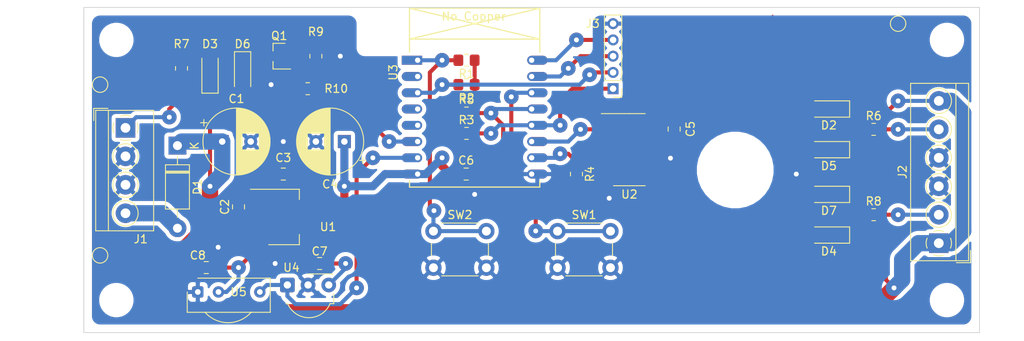
<source format=kicad_pcb>
(kicad_pcb (version 20171130) (host pcbnew 5.1.10-6.fc33)
  (layers (0 F.Cu signal) (31 B.Cu power) (34 B.Paste user) (35 F.Paste user) (36 B.SilkS user) (37 F.SilkS user) (38 B.Mask user) (39 F.Mask user) (44 Edge.Cuts user))
  (net 0 "")
  (net 1 GND)
  (net 2 +5V)
  (net 3 +3V3)
  (net 4 "Net-(D1-Pad2)")
  (net 5 5V_LED_DATA)
  (net 6 ESP_SW2)
  (net 7 SWITCH_IN)
  (net 8 DATA_OUT)
  (net 9 ESP_BOOTL)
  (net 10 ESP_EN)
  (net 11 ESP_RX)
  (net 12 ESP_TX)
  (net 13 ESP_RST)
  (net 14 "Net-(R4-Pad1)")
  (net 15 ESP_SW1)
  (net 16 ESP_LED_DATA)
  (net 17 "Net-(U2-Pad3)")
  (net 18 "Net-(U2-Pad8)")
  (net 19 "Net-(U2-Pad11)")
  (net 20 ESP_IR)
  (net 21 "Net-(U3-Pad5)")
  (net 22 "Net-(U3-Pad4)")
  (net 23 "Net-(U3-Pad2)")
  (net 24 "Net-(D3-Pad2)")
  (net 25 PS_ON)
  (net 26 "Net-(Q1-Pad1)")
  (net 27 ESP_PS_ON)
  (module ESP8266:ESP-07v2 (layer F.Cu) (at 111 76.5)
    (fp_text reference U3 (at -3 1.5 -270) (layer F.SilkS))
    (fp_text value ESP-07)
    (fp_text user "No Copper" (at 6.892 -5.4) (layer F.SilkS))
    (pad 16 thru_hole oval (at 14 0) (size 2.5 1.1) (drill 0.65 (offset 0.7 0)) (layers *.Cu *.Mask) (net 12 ESP_TX))
    (pad 15 thru_hole oval (at 14 2) (size 2.5 1.1) (drill 0.65 (offset 0.7 0)) (layers *.Cu *.Mask) (net 11 ESP_RX))
    (pad 14 thru_hole oval (at 14 4) (size 2.5 1.1) (drill 0.65 (offset 0.7 0)) (layers *.Cu *.Mask) (net 6 ESP_SW2))
    (pad 13 thru_hole oval (at 14 6) (size 2.5 1.1) (drill 0.65 (offset 0.7 0)) (layers *.Cu *.Mask) (net 15 ESP_SW1))
    (pad 12 thru_hole oval (at 14 8) (size 2.5 1.1) (drill 0.65 (offset 0.7 0)) (layers *.Cu *.Mask) (net 9 ESP_BOOTL))
    (pad 11 thru_hole oval (at 14 10) (size 2.5 1.1) (drill 0.65 (offset 0.7 0)) (layers *.Cu *.Mask) (net 16 ESP_LED_DATA))
    (pad 10 thru_hole oval (at 14 12) (size 2.5 1.1) (drill 0.65 (offset 0.7 0)) (layers *.Cu *.Mask) (net 14 "Net-(R4-Pad1)"))
    (pad 9 thru_hole oval (at 14 14) (size 2.5 1.1) (drill 0.65 (offset 0.7 0)) (layers *.Cu *.Mask) (net 1 GND))
    (pad 8 thru_hole oval (at 0 14) (size 2.5 1.1) (drill 0.65 (offset -0.7 0)) (layers *.Cu *.Mask) (net 3 +3V3))
    (pad 7 thru_hole oval (at 0 12) (size 2.5 1.1) (drill 0.65 (offset -0.7 0)) (layers *.Cu *.Mask) (net 20 ESP_IR))
    (pad 6 thru_hole oval (at 0 10) (size 2.5 1.1) (drill 0.65 (offset -0.7 0)) (layers *.Cu *.Mask) (net 27 ESP_PS_ON))
    (pad 5 thru_hole oval (at 0 8) (size 2.5 1.1) (drill 0.65 (offset -0.7 0)) (layers *.Cu *.Mask) (net 21 "Net-(U3-Pad5)"))
    (pad 4 thru_hole oval (at 0 6) (size 2.5 1.1) (drill 0.65 (offset -0.7 0)) (layers *.Cu *.Mask) (net 22 "Net-(U3-Pad4)"))
    (pad 3 thru_hole oval (at 0 4) (size 2.5 1.1) (drill 0.65 (offset -0.7 0)) (layers *.Cu *.Mask) (net 10 ESP_EN))
    (pad 2 thru_hole oval (at 0 2) (size 2.5 1.1) (drill 0.65 (offset -0.7 0)) (layers *.Cu *.Mask) (net 23 "Net-(U3-Pad2)"))
    (pad 1 thru_hole rect (at 0 0) (size 2.5 1.1) (drill 0.65 (offset -0.7 0)) (layers *.Cu *.Mask) (net 13 ESP_RST))
  )
  (module MountingHole:MountingHole_8.4mm_M8 (layer B.Cu) (at 150 90)
    (fp_text reference REF** hide)
    (fp_text value MountingHole_8.4mm_M8)
    (pad 1 np_thru_hole circle (at 0 0) (size 8.4 8.4) (drill 8.4) (layers *.Cu *.Mask))
  )
  (module lpkf_passermarken:LPKF_Passermarke_Pad_D1.5mm (layer F.Cu) (at 170 72)
    (fp_text reference REF** hide)
    (fp_text value LPKF_Passermarke_Pad_D1.5mm)
    (pad 1 smd circle (at 0 0) (size 1.5 1.5) (layers F.Cu F.Mask Eco1.User))
  )
  (module lpkf_passermarken:LPKF_Passermarke_Pad_D1.5mm (layer F.Cu) (at 72 79.5)
    (fp_text reference REF** hide)
    (fp_text value LPKF_Passermarke_Pad_D1.5mm)
    (pad 1 smd circle (at 0 0) (size 1.5 1.5) (layers F.Cu F.Mask Eco1.User))
  )
  (module lpkf_passermarken:LPKF_Passermarke_Pad_D1.5mm (layer F.Cu) (at 72 100.5)
    (fp_text reference REF** hide)
    (fp_text value LPKF_Passermarke_Pad_D1.5mm)
    (pad 1 smd circle (at 0 0) (size 1.5 1.5) (layers F.Cu F.Mask Eco1.User))
  )
  (module WHSlogo:WHLOGO (layer F.Cu) (at 155.5 74)
    (fp_text reference G*** hide)
    (fp_text value LOGO hide)
    (fp_poly (pts (xy -0.825428 -3.121433) (xy -0.829195 -3.097738) (xy -0.83534 -3.060058) (xy -0.843637 -3.009747) (xy -0.853861 -2.94816) (xy -0.865788 -2.876654) (xy -0.87919 -2.796581) (xy -0.893844 -2.709298) (xy -0.909524 -2.616159) (xy -0.919515 -2.556933) (xy -0.941209 -2.428431) (xy -0.963583 -2.295875) (xy -0.986772 -2.158466) (xy -1.010911 -2.015407) (xy -1.036134 -1.8659) (xy -1.062576 -1.709146) (xy -1.090371 -1.544349) (xy -1.119653 -1.370709) (xy -1.150558 -1.18743) (xy -1.183221 -0.993713) (xy -1.217774 -0.788761) (xy -1.254353 -0.571774) (xy -1.293093 -0.341957) (xy -1.334129 -0.09851) (xy -1.377593 0.159364) (xy -1.423622 0.432464) (xy -1.464666 0.675991) (xy -1.479103 0.761991) (xy -1.492569 0.842856) (xy -1.504819 0.917072) (xy -1.515607 0.983119) (xy -1.524689 1.039483) (xy -1.531819 1.084645) (xy -1.536752 1.117089) (xy -1.539243 1.135298) (xy -1.539453 1.138774) (xy -1.531912 1.135012) (xy -1.511106 1.123246) (xy -1.478278 1.104208) (xy -1.434667 1.078632) (xy -1.381516 1.04725) (xy -1.320064 1.010795) (xy -1.251553 0.970001) (xy -1.177225 0.9256) (xy -1.098319 0.878326) (xy -1.085447 0.870602) (xy -0.634194 0.599739) (xy -0.124481 0.923743) (xy -0.039965 0.977466) (xy 0.040687 1.028733) (xy 0.116287 1.076787) (xy 0.185646 1.120875) (xy 0.247576 1.160239) (xy 0.300889 1.194126) (xy 0.344395 1.221779) (xy 0.376908 1.242443) (xy 0.397237 1.255363) (xy 0.403852 1.259565) (xy 0.408788 1.261796) (xy 0.415286 1.262245) (xy 0.424586 1.260245) (xy 0.437923 1.255127) (xy 0.456534 1.246225) (xy 0.481658 1.232869) (xy 0.51453 1.214392) (xy 0.556389 1.190126) (xy 0.608471 1.159402) (xy 0.672013 1.121553) (xy 0.748253 1.075911) (xy 0.786969 1.05269) (xy 0.858218 1.009859) (xy 0.924861 0.969637) (xy 0.985525 0.932865) (xy 1.038834 0.900384) (xy 1.083416 0.873032) (xy 1.117896 0.851652) (xy 1.140901 0.837083) (xy 1.151055 0.830167) (xy 1.151429 0.829748) (xy 1.14446 0.824627) (xy 1.124312 0.811153) (xy 1.092101 0.790045) (xy 1.048944 0.762023) (xy 0.995959 0.727808) (xy 0.934263 0.688119) (xy 0.864974 0.643677) (xy 0.789207 0.595202) (xy 0.708081 0.543413) (xy 0.6267 0.491568) (xy 0.541576 0.437359) (xy 0.460788 0.385848) (xy 0.385449 0.337746) (xy 0.316668 0.293767) (xy 0.255557 0.254623) (xy 0.203228 0.221026) (xy 0.160791 0.193689) (xy 0.129357 0.173324) (xy 0.110038 0.160644) (xy 0.103921 0.156362) (xy 0.11132 0.151904) (xy 0.132007 0.139479) (xy 0.164747 0.119828) (xy 0.208306 0.093694) (xy 0.261447 0.061815) (xy 0.322936 0.024934) (xy 0.391539 -0.016209) (xy 0.466019 -0.060873) (xy 0.545141 -0.108317) (xy 0.560846 -0.117733) (xy 0.656534 -0.174905) (xy 0.742761 -0.226014) (xy 0.81886 -0.270679) (xy 0.884166 -0.308517) (xy 0.938014 -0.33915) (xy 0.979737 -0.362195) (xy 1.008671 -0.377272) (xy 1.02415 -0.384) (xy 1.026512 -0.384226) (xy 1.035116 -0.378819) (xy 1.057146 -0.364864) (xy 1.091809 -0.342868) (xy 1.138313 -0.313332) (xy 1.195866 -0.276763) (xy 1.263676 -0.233663) (xy 1.340951 -0.184537) (xy 1.426898 -0.129888) (xy 1.520725 -0.070222) (xy 1.62164 -0.006042) (xy 1.728852 0.062149) (xy 1.841567 0.133845) (xy 1.958994 0.208544) (xy 2.08034 0.28574) (xy 2.204813 0.364929) (xy 2.331622 0.445609) (xy 2.459973 0.527274) (xy 2.589075 0.60942) (xy 2.718135 0.691544) (xy 2.846362 0.773141) (xy 2.972963 0.853708) (xy 3.097146 0.93274) (xy 3.218119 1.009733) (xy 3.335089 1.084183) (xy 3.447265 1.155586) (xy 3.553854 1.223438) (xy 3.654065 1.287235) (xy 3.747104 1.346473) (xy 3.83218 1.400648) (xy 3.9085 1.449255) (xy 3.975273 1.491791) (xy 4.031706 1.527752) (xy 4.077007 1.556633) (xy 4.110385 1.57793) (xy 4.131045 1.59114) (xy 4.138194 1.595755) (xy 4.131529 1.600309) (xy 4.111549 1.61282) (xy 4.079469 1.63255) (xy 4.036506 1.658762) (xy 3.983875 1.690718) (xy 3.922792 1.727681) (xy 3.854471 1.768912) (xy 3.78013 1.813673) (xy 3.700982 1.861228) (xy 3.681243 1.873073) (xy 3.222066 2.148547) (xy 3.196416 2.129486) (xy 3.1854 2.122056) (xy 3.16121 2.106271) (xy 3.124969 2.082852) (xy 3.077801 2.052516) (xy 3.020829 2.015984) (xy 2.955176 1.973975) (xy 2.881967 1.927207) (xy 2.802323 1.876399) (xy 2.717369 1.822272) (xy 2.628227 1.765544) (xy 2.588226 1.74011) (xy 2.005685 1.369794) (xy 1.641815 1.587931) (xy 1.570678 1.630739) (xy 1.504232 1.671038) (xy 1.443843 1.707979) (xy 1.390878 1.740708) (xy 1.346702 1.768378) (xy 1.312681 1.790135) (xy 1.290182 1.805131) (xy 1.280571 1.812514) (xy 1.280322 1.813034) (xy 1.287529 1.81824) (xy 1.30778 1.831742) (xy 1.339834 1.852745) (xy 1.382452 1.880455) (xy 1.434392 1.914075) (xy 1.494413 1.952811) (xy 1.561275 1.995866) (xy 1.633736 2.042447) (xy 1.710555 2.091757) (xy 1.790492 2.143001) (xy 1.872306 2.195384) (xy 1.954757 2.248111) (xy 2.036602 2.300386) (xy 2.116601 2.351415) (xy 2.193514 2.400401) (xy 2.2661 2.44655) (xy 2.333117 2.489065) (xy 2.393325 2.527153) (xy 2.445483 2.560018) (xy 2.461967 2.570365) (xy 2.489767 2.587794) (xy 2.047773 2.85388) (xy 1.968568 2.901545) (xy 1.893343 2.946782) (xy 1.823408 2.988805) (xy 1.760074 3.026828) (xy 1.70465 3.060065) (xy 1.658448 3.08773) (xy 1.622779 3.109038) (xy 1.598952 3.123202) (xy 1.588278 3.129436) (xy 1.588172 3.129494) (xy 1.582723 3.130898) (xy 1.574565 3.129759) (xy 1.562464 3.125363) (xy 1.545187 3.116999) (xy 1.521501 3.103951) (xy 1.490173 3.085509) (xy 1.44997 3.060957) (xy 1.399658 3.029584) (xy 1.338005 2.990675) (xy 1.263777 2.943519) (xy 1.236133 2.925911) (xy 1.191368 2.897392) (xy 1.133353 2.860444) (xy 1.063125 2.815725) (xy 0.98172 2.763895) (xy 0.890177 2.705616) (xy 0.789532 2.641547) (xy 0.680821 2.572348) (xy 0.565081 2.498678) (xy 0.44335 2.421198) (xy 0.316664 2.340568) (xy 0.18606 2.257448) (xy 0.052575 2.172498) (xy -0.082755 2.086378) (xy -0.218891 1.999747) (xy -0.300567 1.947775) (xy -0.430852 1.864864) (xy -0.557453 1.784283) (xy -0.679616 1.706512) (xy -0.796585 1.632033) (xy -0.907606 1.561327) (xy -1.011923 1.494876) (xy -1.10878 1.433161) (xy -1.197424 1.376662) (xy -1.277097 1.325862) (xy -1.347047 1.281242) (xy -1.406516 1.243283) (xy -1.454751 1.212466) (xy -1.490995 1.189274) (xy -1.514494 1.174186) (xy -1.524493 1.167684) (xy -1.524607 1.167605) (xy -1.546381 1.152463) (xy -1.882648 1.355013) (xy -1.961941 1.402514) (xy -2.032333 1.444156) (xy -2.092968 1.479453) (xy -2.142988 1.507919) (xy -2.181534 1.529068) (xy -2.207749 1.542415) (xy -2.220774 1.547475) (xy -2.222085 1.547131) (xy -2.223422 1.53776) (xy -2.226619 1.512832) (xy -2.231524 1.473604) (xy -2.237985 1.421333) (xy -2.245851 1.357276) (xy -2.25497 1.282688) (xy -2.265189 1.198828) (xy -2.276359 1.106951) (xy -2.288325 1.008315) (xy -2.300938 0.904176) (xy -2.314045 0.795791) (xy -2.327495 0.684416) (xy -2.341135 0.571309) (xy -2.354814 0.457726) (xy -2.368381 0.344924) (xy -2.381683 0.234159) (xy -2.394569 0.126689) (xy -2.406888 0.023769) (xy -2.418486 -0.073342) (xy -2.429214 -0.163389) (xy -2.438918 -0.245115) (xy -2.447448 -0.317263) (xy -2.454651 -0.378576) (xy -2.456911 -0.397933) (xy -2.462926 -0.446483) (xy -2.468906 -0.489285) (xy -2.474393 -0.523456) (xy -2.478932 -0.54611) (xy -2.481687 -0.554143) (xy -2.487498 -0.554101) (xy -2.4892 -0.542938) (xy -2.490041 -0.532313) (xy -2.492486 -0.506016) (xy -2.496415 -0.46522) (xy -2.50171 -0.411097) (xy -2.508252 -0.344821) (xy -2.515922 -0.267564) (xy -2.524602 -0.180501) (xy -2.534173 -0.084803) (xy -2.544516 0.018356) (xy -2.555512 0.127802) (xy -2.567043 0.242364) (xy -2.57899 0.360868) (xy -2.591235 0.48214) (xy -2.603657 0.605008) (xy -2.61614 0.728299) (xy -2.628563 0.850839) (xy -2.640809 0.971456) (xy -2.652758 1.088977) (xy -2.664292 1.202227) (xy -2.675292 1.310036) (xy -2.685639 1.411228) (xy -2.695215 1.504632) (xy -2.703901 1.589074) (xy -2.711578 1.663381) (xy -2.718127 1.726381) (xy -2.72343 1.776899) (xy -2.727368 1.813763) (xy -2.729822 1.8358) (xy -2.730554 1.841554) (xy -2.732373 1.847788) (xy -2.736584 1.854629) (xy -2.744361 1.862856) (xy -2.756879 1.873242) (xy -2.775314 1.886565) (xy -2.80084 1.9036) (xy -2.834632 1.925123) (xy -2.877865 1.951911) (xy -2.931714 1.984739) (xy -2.997353 2.024384) (xy -3.075957 2.071621) (xy -3.107398 2.090481) (xy -3.179506 2.133621) (xy -3.247136 2.173891) (xy -3.308921 2.210489) (xy -3.36349 2.242613) (xy -3.409474 2.269461) (xy -3.445505 2.290231) (xy -3.470212 2.30412) (xy -3.482227 2.310328) (xy -3.483169 2.31056) (xy -3.484998 2.30203) (xy -3.489775 2.27763) (xy -3.497353 2.238139) (xy -3.507587 2.184335) (xy -3.520331 2.116997) (xy -3.535437 2.036904) (xy -3.552762 1.944834) (xy -3.572157 1.841566) (xy -3.593478 1.727878) (xy -3.616578 1.604549) (xy -3.641311 1.472358) (xy -3.667531 1.332082) (xy -3.695092 1.184502) (xy -3.723848 1.030394) (xy -3.753654 0.870539) (xy -3.784362 0.705714) (xy -3.80541 0.592667) (xy -3.836661 0.424801) (xy -3.867108 0.261301) (xy -3.896604 0.102952) (xy -3.925003 -0.049463) (xy -3.952158 -0.195158) (xy -3.977923 -0.333351) (xy -4.002152 -0.463257) (xy -4.024698 -0.584091) (xy -4.045416 -0.69507) (xy -4.064157 -0.795409) (xy -4.080777 -0.884324) (xy -4.095129 -0.961031) (xy -4.107066 -1.024746) (xy -4.116442 -1.074685) (xy -4.123111 -1.110063) (xy -4.126926 -1.130096) (xy -4.12781 -1.134533) (xy -4.123424 -1.140707) (xy -4.108188 -1.152779) (xy -4.081554 -1.171097) (xy -4.042976 -1.196005) (xy -3.991906 -1.22785) (xy -3.927797 -1.266977) (xy -3.850102 -1.313732) (xy -3.758273 -1.368462) (xy -3.74915 -1.373877) (xy -3.67601 -1.417165) (xy -3.607319 -1.457596) (xy -3.544438 -1.494385) (xy -3.48873 -1.526744) (xy -3.441554 -1.553889) (xy -3.404273 -1.575034) (xy -3.378247 -1.589393) (xy -3.364838 -1.59618) (xy -3.363302 -1.596591) (xy -3.361598 -1.587792) (xy -3.357721 -1.563189) (xy -3.351807 -1.52375) (xy -3.343995 -1.470445) (xy -3.334419 -1.404244) (xy -3.323217 -1.326117) (xy -3.310525 -1.237034) (xy -3.296481 -1.137965) (xy -3.281219 -1.029879) (xy -3.264879 -0.913746) (xy -3.247594 -0.790536) (xy -3.229504 -0.661218) (xy -3.210743 -0.526763) (xy -3.191449 -0.388141) (xy -3.171759 -0.246321) (xy -3.151808 -0.102272) (xy -3.131734 0.043034) (xy -3.111673 0.188629) (xy -3.106175 0.2286) (xy -3.096241 0.300031) (xy -3.086826 0.366163) (xy -3.078214 0.425125) (xy -3.070687 0.475043) (xy -3.064528 0.514044) (xy -3.060022 0.540256) (xy -3.05745 0.551805) (xy -3.05727 0.552135) (xy -3.055913 0.544573) (xy -3.053147 0.521081) (xy -3.04906 0.482597) (xy -3.043741 0.430056) (xy -3.03728 0.364397) (xy -3.029764 0.286555) (xy -3.021282 0.197469) (xy -3.011924 0.098075) (xy -3.001777 -0.01069) (xy -2.990931 -0.127889) (xy -2.979475 -0.252584) (xy -2.967496 -0.38384) (xy -2.955085 -0.520718) (xy -2.94342 -0.650132) (xy -2.930645 -0.792165) (xy -2.918233 -0.929954) (xy -2.906273 -1.062516) (xy -2.894854 -1.188871) (xy -2.884066 -1.308038) (xy -2.873998 -1.419034) (xy -2.864739 -1.520879) (xy -2.85638 -1.612592) (xy -2.849008 -1.693191) (xy -2.842713 -1.761694) (xy -2.837585 -1.817122) (xy -2.833713 -1.858491) (xy -2.831186 -1.884822) (xy -2.830155 -1.894697) (xy -2.825488 -1.93096) (xy -2.473449 -2.142178) (xy -2.40337 -2.184038) (xy -2.337719 -2.22289) (xy -2.277913 -2.257922) (xy -2.225373 -2.28832) (xy -2.181516 -2.31327) (xy -2.147761 -2.331958) (xy -2.125527 -2.34357) (xy -2.116232 -2.347292) (xy -2.116081 -2.347215) (xy -2.114513 -2.338184) (xy -2.111235 -2.31333) (xy -2.106362 -2.273662) (xy -2.100008 -2.220192) (xy -2.092289 -2.153931) (xy -2.083319 -2.075889) (xy -2.073214 -1.987077) (xy -2.062088 -1.888506) (xy -2.050057 -1.781187) (xy -2.037235 -1.66613) (xy -2.023738 -1.544346) (xy -2.00968 -1.416847) (xy -1.995177 -1.284643) (xy -1.994501 -1.278467) (xy -1.976823 -1.116886) (xy -1.960893 -0.971314) (xy -1.946617 -0.840924) (xy -1.9339 -0.724892) (xy -1.92265 -0.622392) (xy -1.912771 -0.5326) (xy -1.90417 -0.454689) (xy -1.896752 -0.387836) (xy -1.890424 -0.331214) (xy -1.885091 -0.283999) (xy -1.88066 -0.245366) (xy -1.877035 -0.214489) (xy -1.874125 -0.190544) (xy -1.871833 -0.172705) (xy -1.870067 -0.160148) (xy -1.868731 -0.152046) (xy -1.867733 -0.147575) (xy -1.866977 -0.14591) (xy -1.866371 -0.146226) (xy -1.865819 -0.147698) (xy -1.865653 -0.14823) (xy -1.864441 -0.157477) (xy -1.861489 -0.182616) (xy -1.856901 -0.222708) (xy -1.850782 -0.276814) (xy -1.843236 -0.343992) (xy -1.834369 -0.423304) (xy -1.824284 -0.51381) (xy -1.813086 -0.614569) (xy -1.800881 -0.724642) (xy -1.787771 -0.843089) (xy -1.773863 -0.968971) (xy -1.75926 -1.101346) (xy -1.744067 -1.239277) (xy -1.728389 -1.381821) (xy -1.727651 -1.388533) (xy -1.711897 -1.531677) (xy -1.696573 -1.670502) (xy -1.681788 -1.804045) (xy -1.66765 -1.931345) (xy -1.654267 -2.051443) (xy -1.641748 -2.163376) (xy -1.6302 -2.266183) (xy -1.619733 -2.358904) (xy -1.610453 -2.440578) (xy -1.60247 -2.510242) (xy -1.595891 -2.566937) (xy -1.590826 -2.6097) (xy -1.587381 -2.637572) (xy -1.585665 -2.649591) (xy -1.585649 -2.649662) (xy -1.583621 -2.656491) (xy -1.579936 -2.663417) (xy -1.573409 -2.671229) (xy -1.562858 -2.680715) (xy -1.547098 -2.692663) (xy -1.524945 -2.707862) (xy -1.495216 -2.727101) (xy -1.456726 -2.751168) (xy -1.408292 -2.780851) (xy -1.34873 -2.81694) (xy -1.276855 -2.860222) (xy -1.202267 -2.905016) (xy -1.129806 -2.948466) (xy -1.061879 -2.989122) (xy -0.999839 -3.026178) (xy -0.94504 -3.058831) (xy -0.898836 -3.086274) (xy -0.862581 -3.107702) (xy -0.837629 -3.122312) (xy -0.825334 -3.129297) (xy -0.824263 -3.129787) (xy -0.825428 -3.121433)) (layer F.Cu) (width 0.01))
  )
  (module MountingHole:MountingHole_3.2mm_M3 (layer F.Cu) (at 176 106)
    (fp_text reference REF** hide)
    (fp_text value MountingHole_3.2mm_M3)
    (pad 1 np_thru_hole circle (at 0 0) (size 3.2 3.2) (drill 3.2) (layers *.Cu *.Mask))
  )
  (module MountingHole:MountingHole_3.2mm_M3 (layer F.Cu) (at 176 74)
    (fp_text reference REF** hide)
    (fp_text value MountingHole_3.2mm_M3)
    (pad 1 np_thru_hole circle (at 0 0) (size 3.2 3.2) (drill 3.2) (layers *.Cu *.Mask))
  )
  (module MountingHole:MountingHole_3.2mm_M3 (layer F.Cu) (at 74 106)
    (fp_text reference REF** hide)
    (fp_text value MountingHole_3.2mm_M3)
    (pad 1 np_thru_hole circle (at 0 0) (size 3.2 3.2) (drill 3.2) (layers *.Cu *.Mask))
  )
  (module MountingHole:MountingHole_3.2mm_M3 (layer F.Cu) (at 74 74)
    (fp_text reference REF** hide)
    (fp_text value MountingHole_3.2mm_M3)
    (pad 1 np_thru_hole circle (at 0 0) (size 3.2 3.2) (drill 3.2) (layers *.Cu *.Mask))
  )
  (module Capacitor_THT:CP_Radial_D8.0mm_P3.50mm (layer F.Cu) (at 87 86.5)
    (fp_text reference C1 (at 1.75 -5.25) (layer F.SilkS))
    (fp_text value 220u)
    (pad 2 thru_hole circle (at 3.5 0) (size 1.6 1.6) (drill 0.8) (layers *.Cu *.Mask) (net 1 GND))
    (pad 1 thru_hole rect (at 0 0) (size 1.6 1.6) (drill 0.8) (layers *.Cu *.Mask) (net 2 +5V))
  )
  (module Capacitor_SMD:C_0805_2012Metric_Pad1.18x1.45mm_HandSolder (layer F.Cu) (at 89 94.5375 90)
    (fp_text reference C2 (at 0 -1.68 270) (layer F.SilkS))
    (fp_text value 100n)
    (pad 2 smd roundrect (at 1.0375 0 90) (size 1.175 1.45) (layers F.Cu F.Paste F.Mask) (roundrect_rratio 0.212766) (net 1 GND))
    (pad 1 smd roundrect (at -1.0375 0 90) (size 1.175 1.45) (layers F.Cu F.Paste F.Mask) (roundrect_rratio 0.212766) (net 2 +5V))
  )
  (module Capacitor_SMD:C_0805_2012Metric_Pad1.18x1.45mm_HandSolder (layer F.Cu) (at 94.5 90.5 180)
    (fp_text reference C3 (at 0 2) (layer F.SilkS))
    (fp_text value 100n)
    (pad 1 smd roundrect (at -1.0375 0 180) (size 1.175 1.45) (layers F.Cu F.Paste F.Mask) (roundrect_rratio 0.212766) (net 3 +3V3))
    (pad 2 smd roundrect (at 1.0375 0 180) (size 1.175 1.45) (layers F.Cu F.Paste F.Mask) (roundrect_rratio 0.212766) (net 1 GND))
  )
  (module Capacitor_THT:CP_Radial_D8.0mm_P3.50mm (layer F.Cu) (at 102 86.5 180)
    (fp_text reference C4 (at 1.75 -5.25) (layer F.SilkS))
    (fp_text value 220u)
    (pad 1 thru_hole rect (at 0 0 180) (size 1.6 1.6) (drill 0.8) (layers *.Cu *.Mask) (net 3 +3V3))
    (pad 2 thru_hole circle (at 3.5 0 180) (size 1.6 1.6) (drill 0.8) (layers *.Cu *.Mask) (net 1 GND))
  )
  (module Capacitor_SMD:C_0805_2012Metric_Pad1.18x1.45mm_HandSolder (layer F.Cu) (at 142.5 84.9625 270)
    (fp_text reference C5 (at 0 -2 90) (layer F.SilkS))
    (fp_text value 100n)
    (pad 1 smd roundrect (at -1.0375 0 270) (size 1.175 1.45) (layers F.Cu F.Paste F.Mask) (roundrect_rratio 0.212766) (net 2 +5V))
    (pad 2 smd roundrect (at 1.0375 0 270) (size 1.175 1.45) (layers F.Cu F.Paste F.Mask) (roundrect_rratio 0.212766) (net 1 GND))
  )
  (module Capacitor_SMD:C_0805_2012Metric_Pad1.18x1.45mm_HandSolder (layer F.Cu) (at 116.9625 90.5)
    (fp_text reference C6 (at 0 -1.68) (layer F.SilkS))
    (fp_text value 100n)
    (pad 2 smd roundrect (at 1.0375 0) (size 1.175 1.45) (layers F.Cu F.Paste F.Mask) (roundrect_rratio 0.212766) (net 1 GND))
    (pad 1 smd roundrect (at -1.0375 0) (size 1.175 1.45) (layers F.Cu F.Paste F.Mask) (roundrect_rratio 0.212766) (net 3 +3V3))
  )
  (module Capacitor_SMD:C_0805_2012Metric_Pad1.18x1.45mm_HandSolder (layer F.Cu) (at 98.9625 101.5 180)
    (fp_text reference C7 (at 0 1.5 180) (layer F.SilkS))
    (fp_text value 100n)
    (pad 1 smd roundrect (at -1.0375 0 180) (size 1.175 1.45) (layers F.Cu F.Paste F.Mask) (roundrect_rratio 0.212766) (net 3 +3V3))
    (pad 2 smd roundrect (at 1.0375 0 180) (size 1.175 1.45) (layers F.Cu F.Paste F.Mask) (roundrect_rratio 0.212766) (net 1 GND))
  )
  (module Capacitor_SMD:C_0805_2012Metric_Pad1.18x1.45mm_HandSolder (layer F.Cu) (at 85.0375 102 180)
    (fp_text reference C8 (at 1.0375 1.5) (layer F.SilkS))
    (fp_text value 100n)
    (pad 2 smd roundrect (at 1.0375 0 180) (size 1.175 1.45) (layers F.Cu F.Paste F.Mask) (roundrect_rratio 0.212766) (net 1 GND))
    (pad 1 smd roundrect (at -1.0375 0 180) (size 1.175 1.45) (layers F.Cu F.Paste F.Mask) (roundrect_rratio 0.212766) (net 3 +3V3))
  )
  (module Diode_THT:D_DO-41_SOD81_P10.16mm_Horizontal (layer F.Cu) (at 81.5 87 270)
    (fp_text reference D1 (at 5.08 -2.47 90) (layer F.SilkS))
    (fp_text value 1N4001)
    (fp_text user K (at 0 -2.1 90) (layer F.SilkS))
    (pad 1 thru_hole rect (at 0 0 270) (size 2.2 2.2) (drill 1.1) (layers *.Cu *.Mask) (net 2 +5V))
    (pad 2 thru_hole oval (at 10.16 0 270) (size 2.2 2.2) (drill 1.1) (layers *.Cu *.Mask) (net 4 "Net-(D1-Pad2)"))
  )
  (module Diode_SMD:D_MiniMELF (layer F.Cu) (at 161.5 82.5 180)
    (fp_text reference D2 (at 0 -2) (layer F.SilkS))
    (fp_text value LL4148)
    (pad 2 smd rect (at 1.75 0 180) (size 1.3 1.7) (layers F.Cu F.Paste F.Mask) (net 5 5V_LED_DATA))
    (pad 1 smd rect (at -1.75 0 180) (size 1.3 1.7) (layers F.Cu F.Paste F.Mask) (net 2 +5V))
  )
  (module Diode_SMD:D_MiniMELF (layer F.Cu) (at 85.5 78 90)
    (fp_text reference D3 (at 3.5 0 180) (layer F.SilkS))
    (fp_text value LL4148)
    (pad 1 smd rect (at -1.75 0 90) (size 1.3 1.7) (layers F.Cu F.Paste F.Mask) (net 2 +5V))
    (pad 2 smd rect (at 1.75 0 90) (size 1.3 1.7) (layers F.Cu F.Paste F.Mask) (net 24 "Net-(D3-Pad2)"))
  )
  (module Diode_SMD:D_MiniMELF (layer F.Cu) (at 161.5 98 180)
    (fp_text reference D4 (at 0 -2) (layer F.SilkS))
    (fp_text value LL4148)
    (pad 1 smd rect (at -1.75 0 180) (size 1.3 1.7) (layers F.Cu F.Paste F.Mask) (net 2 +5V))
    (pad 2 smd rect (at 1.75 0 180) (size 1.3 1.7) (layers F.Cu F.Paste F.Mask) (net 6 ESP_SW2))
  )
  (module Diode_SMD:D_MiniMELF (layer F.Cu) (at 161.5 87.5 180)
    (fp_text reference D5 (at 0 -2) (layer F.SilkS))
    (fp_text value LL4148)
    (pad 1 smd rect (at -1.75 0 180) (size 1.3 1.7) (layers F.Cu F.Paste F.Mask) (net 5 5V_LED_DATA))
    (pad 2 smd rect (at 1.75 0 180) (size 1.3 1.7) (layers F.Cu F.Paste F.Mask) (net 1 GND))
  )
  (module Diode_SMD:D_MiniMELF (layer F.Cu) (at 89.5 78 270)
    (fp_text reference D6 (at -3.5 0 180) (layer F.SilkS))
    (fp_text value LL4148)
    (pad 2 smd rect (at 1.75 0 270) (size 1.3 1.7) (layers F.Cu F.Paste F.Mask) (net 1 GND))
    (pad 1 smd rect (at -1.75 0 270) (size 1.3 1.7) (layers F.Cu F.Paste F.Mask) (net 24 "Net-(D3-Pad2)"))
  )
  (module Diode_SMD:D_MiniMELF (layer F.Cu) (at 161.5 93 180)
    (fp_text reference D7 (at 0 -2) (layer F.SilkS))
    (fp_text value LL4148)
    (pad 2 smd rect (at 1.75 0 180) (size 1.3 1.7) (layers F.Cu F.Paste F.Mask) (net 1 GND))
    (pad 1 smd rect (at -1.75 0 180) (size 1.3 1.7) (layers F.Cu F.Paste F.Mask) (net 6 ESP_SW2))
  )
  (module TerminalBlock_4Ucon:TerminalBlock_4Ucon_1x04_P3.50mm_Horizontal (layer F.Cu) (at 75.12 84.82 270)
    (fp_text reference J1 (at 13.68 -1.88 180) (layer F.SilkS))
    (fp_text value Screw_Terminal_01x04)
    (pad 1 thru_hole rect (at 0 0 270) (size 2.4 2.4) (drill 1.2) (layers *.Cu *.Mask) (net 25 PS_ON))
    (pad 2 thru_hole circle (at 3.5 0 270) (size 2.4 2.4) (drill 1.2) (layers *.Cu *.Mask) (net 1 GND))
    (pad 3 thru_hole circle (at 7 0 270) (size 2.4 2.4) (drill 1.2) (layers *.Cu *.Mask) (net 1 GND))
    (pad 4 thru_hole circle (at 10.5 0 270) (size 2.4 2.4) (drill 1.2) (layers *.Cu *.Mask) (net 4 "Net-(D1-Pad2)"))
  )
  (module TerminalBlock_4Ucon:TerminalBlock_4Ucon_1x06_P3.50mm_Horizontal (layer F.Cu) (at 175 99 90)
    (fp_text reference J2 (at 8.75 -4.46 90) (layer F.SilkS))
    (fp_text value Screw_Terminal_01x06)
    (pad 1 thru_hole rect (at 0 0 90) (size 2.4 2.4) (drill 1.2) (layers *.Cu *.Mask) (net 2 +5V))
    (pad 2 thru_hole circle (at 3.5 0 90) (size 2.4 2.4) (drill 1.2) (layers *.Cu *.Mask) (net 7 SWITCH_IN))
    (pad 3 thru_hole circle (at 7 0 90) (size 2.4 2.4) (drill 1.2) (layers *.Cu *.Mask) (net 1 GND))
    (pad 4 thru_hole circle (at 10.5 0 90) (size 2.4 2.4) (drill 1.2) (layers *.Cu *.Mask) (net 1 GND))
    (pad 5 thru_hole circle (at 14 0 90) (size 2.4 2.4) (drill 1.2) (layers *.Cu *.Mask) (net 8 DATA_OUT))
    (pad 6 thru_hole circle (at 17.5 0 90) (size 2.4 2.4) (drill 1.2) (layers *.Cu *.Mask) (net 2 +5V))
  )
  (module Connector_PinHeader_2.00mm:PinHeader_1x05_P2.00mm_Vertical (layer F.Cu) (at 135 80 180)
    (fp_text reference J3 (at 2.5 8) (layer F.SilkS))
    (fp_text value Conn_01x05_Male)
    (pad 1 thru_hole rect (at 0 0 180) (size 1.35 1.35) (drill 0.8) (layers *.Cu *.Mask) (net 9 ESP_BOOTL))
    (pad 2 thru_hole oval (at 0 2 180) (size 1.35 1.35) (drill 0.8) (layers *.Cu *.Mask) (net 10 ESP_EN))
    (pad 3 thru_hole oval (at 0 4 180) (size 1.35 1.35) (drill 0.8) (layers *.Cu *.Mask) (net 11 ESP_RX))
    (pad 4 thru_hole oval (at 0 6 180) (size 1.35 1.35) (drill 0.8) (layers *.Cu *.Mask) (net 12 ESP_TX))
    (pad 5 thru_hole oval (at 0 8 180) (size 1.35 1.35) (drill 0.8) (layers *.Cu *.Mask) (net 1 GND))
  )
  (module Resistor_SMD:R_0805_2012Metric_Pad1.20x1.40mm_HandSolder (layer F.Cu) (at 117 76.5 180)
    (fp_text reference R1 (at 0 -1.65) (layer F.SilkS))
    (fp_text value 10k)
    (pad 1 smd roundrect (at -1 0 180) (size 1.2 1.4) (layers F.Cu F.Paste F.Mask) (roundrect_rratio 0.208333) (net 3 +3V3))
    (pad 2 smd roundrect (at 1 0 180) (size 1.2 1.4) (layers F.Cu F.Paste F.Mask) (roundrect_rratio 0.208333) (net 13 ESP_RST))
  )
  (module Resistor_SMD:R_0805_2012Metric_Pad1.20x1.40mm_HandSolder (layer F.Cu) (at 117 79.5 180)
    (fp_text reference R2 (at 0 -1.65) (layer F.SilkS))
    (fp_text value 10k)
    (pad 2 smd roundrect (at 1 0 180) (size 1.2 1.4) (layers F.Cu F.Paste F.Mask) (roundrect_rratio 0.208333) (net 10 ESP_EN))
    (pad 1 smd roundrect (at -1 0 180) (size 1.2 1.4) (layers F.Cu F.Paste F.Mask) (roundrect_rratio 0.208333) (net 3 +3V3))
  )
  (module Resistor_SMD:R_0805_2012Metric_Pad1.20x1.40mm_HandSolder (layer F.Cu) (at 117 85.5)
    (fp_text reference R3 (at 0 -1.65) (layer F.SilkS))
    (fp_text value 10k)
    (pad 1 smd roundrect (at -1 0) (size 1.2 1.4) (layers F.Cu F.Paste F.Mask) (roundrect_rratio 0.208333) (net 3 +3V3))
    (pad 2 smd roundrect (at 1 0) (size 1.2 1.4) (layers F.Cu F.Paste F.Mask) (roundrect_rratio 0.208333) (net 9 ESP_BOOTL))
  )
  (module Resistor_SMD:R_0805_2012Metric_Pad1.20x1.40mm_HandSolder (layer F.Cu) (at 130.5 90.5 270)
    (fp_text reference R4 (at 0 -1.65 270) (layer F.SilkS))
    (fp_text value 10k)
    (pad 2 smd roundrect (at 1 0 270) (size 1.2 1.4) (layers F.Cu F.Paste F.Mask) (roundrect_rratio 0.208333) (net 1 GND))
    (pad 1 smd roundrect (at -1 0 270) (size 1.2 1.4) (layers F.Cu F.Paste F.Mask) (roundrect_rratio 0.208333) (net 14 "Net-(R4-Pad1)"))
  )
  (module Resistor_SMD:R_0805_2012Metric_Pad1.20x1.40mm_HandSolder (layer F.Cu) (at 117 83)
    (fp_text reference R5 (at 0 -1.65) (layer F.SilkS))
    (fp_text value 10k)
    (pad 1 smd roundrect (at -1 0) (size 1.2 1.4) (layers F.Cu F.Paste F.Mask) (roundrect_rratio 0.208333) (net 3 +3V3))
    (pad 2 smd roundrect (at 1 0) (size 1.2 1.4) (layers F.Cu F.Paste F.Mask) (roundrect_rratio 0.208333) (net 15 ESP_SW1))
  )
  (module Resistor_SMD:R_0805_2012Metric_Pad1.20x1.40mm_HandSolder (layer F.Cu) (at 167 85)
    (fp_text reference R6 (at 0 -1.65) (layer F.SilkS))
    (fp_text value 62R)
    (pad 2 smd roundrect (at 1 0) (size 1.2 1.4) (layers F.Cu F.Paste F.Mask) (roundrect_rratio 0.208333) (net 8 DATA_OUT))
    (pad 1 smd roundrect (at -1 0) (size 1.2 1.4) (layers F.Cu F.Paste F.Mask) (roundrect_rratio 0.208333) (net 5 5V_LED_DATA))
  )
  (module Resistor_SMD:R_0805_2012Metric_Pad1.20x1.40mm_HandSolder (layer F.Cu) (at 82 77.5 270)
    (fp_text reference R7 (at -3 0) (layer F.SilkS))
    (fp_text value 62R)
    (pad 2 smd roundrect (at 1 0 270) (size 1.2 1.4) (layers F.Cu F.Paste F.Mask) (roundrect_rratio 0.208333) (net 25 PS_ON))
    (pad 1 smd roundrect (at -1 0 270) (size 1.2 1.4) (layers F.Cu F.Paste F.Mask) (roundrect_rratio 0.208333) (net 24 "Net-(D3-Pad2)"))
  )
  (module Resistor_SMD:R_0805_2012Metric_Pad1.20x1.40mm_HandSolder (layer F.Cu) (at 167 95.5)
    (fp_text reference R8 (at 0 -1.65) (layer F.SilkS))
    (fp_text value 62R)
    (pad 1 smd roundrect (at -1 0) (size 1.2 1.4) (layers F.Cu F.Paste F.Mask) (roundrect_rratio 0.208333) (net 6 ESP_SW2))
    (pad 2 smd roundrect (at 1 0) (size 1.2 1.4) (layers F.Cu F.Paste F.Mask) (roundrect_rratio 0.208333) (net 7 SWITCH_IN))
  )
  (module Button_Switch_THT:SW_PUSH_6mm_H13mm (layer F.Cu) (at 128.18 97.52)
    (fp_text reference SW1 (at 3.25 -2) (layer F.SilkS))
    (fp_text value SW_Push)
    (pad 2 thru_hole circle (at 0 4.5 90) (size 2 2) (drill 1.1) (layers *.Cu *.Mask) (net 1 GND))
    (pad 1 thru_hole circle (at 0 0 90) (size 2 2) (drill 1.1) (layers *.Cu *.Mask) (net 15 ESP_SW1))
    (pad 2 thru_hole circle (at 6.5 4.5 90) (size 2 2) (drill 1.1) (layers *.Cu *.Mask) (net 1 GND))
    (pad 1 thru_hole circle (at 6.5 0 90) (size 2 2) (drill 1.1) (layers *.Cu *.Mask) (net 15 ESP_SW1))
  )
  (module Button_Switch_THT:SW_PUSH_6mm_H8mm (layer F.Cu) (at 112.94 97.52)
    (fp_text reference SW2 (at 3.25 -2) (layer F.SilkS))
    (fp_text value SW_Push)
    (pad 2 thru_hole circle (at 0 4.5 90) (size 2 2) (drill 1.1) (layers *.Cu *.Mask) (net 1 GND))
    (pad 1 thru_hole circle (at 0 0 90) (size 2 2) (drill 1.1) (layers *.Cu *.Mask) (net 13 ESP_RST))
    (pad 2 thru_hole circle (at 6.5 4.5 90) (size 2 2) (drill 1.1) (layers *.Cu *.Mask) (net 1 GND))
    (pad 1 thru_hole circle (at 6.5 0 90) (size 2 2) (drill 1.1) (layers *.Cu *.Mask) (net 13 ESP_RST))
  )
  (module Package_SO:SO-14_3.9x8.65mm_P1.27mm (layer F.Cu) (at 137 87.5)
    (fp_text reference U2 (at 0 5.5 180) (layer F.SilkS))
    (fp_text value 74HCT00)
    (pad 1 smd roundrect (at -2.475 -3.81) (size 1.95 0.6) (layers F.Cu F.Paste F.Mask) (net 2 +5V))
    (pad 2 smd roundrect (at -2.475 -2.54) (size 1.95 0.6) (layers F.Cu F.Paste F.Mask) (net 16 ESP_LED_DATA))
    (pad 3 smd roundrect (at -2.475 -1.27) (size 1.95 0.6) (layers F.Cu F.Paste F.Mask) (net 17 "Net-(U2-Pad3)"))
    (pad 4 smd roundrect (at -2.475 0) (size 1.95 0.6) (layers F.Cu F.Paste F.Mask) (net 2 +5V))
    (pad 5 smd roundrect (at -2.475 1.27) (size 1.95 0.6) (layers F.Cu F.Paste F.Mask) (net 17 "Net-(U2-Pad3)"))
    (pad 6 smd roundrect (at -2.475 2.54) (size 1.95 0.6) (layers F.Cu F.Paste F.Mask) (net 5 5V_LED_DATA))
    (pad 7 smd roundrect (at -2.475 3.81) (size 1.95 0.6) (layers F.Cu F.Paste F.Mask) (net 1 GND))
    (pad 8 smd roundrect (at 2.475 3.81) (size 1.95 0.6) (layers F.Cu F.Paste F.Mask) (net 18 "Net-(U2-Pad8)"))
    (pad 9 smd roundrect (at 2.475 2.54) (size 1.95 0.6) (layers F.Cu F.Paste F.Mask) (net 1 GND))
    (pad 10 smd roundrect (at 2.475 1.27) (size 1.95 0.6) (layers F.Cu F.Paste F.Mask) (net 1 GND))
    (pad 11 smd roundrect (at 2.475 0) (size 1.95 0.6) (layers F.Cu F.Paste F.Mask) (net 19 "Net-(U2-Pad11)"))
    (pad 12 smd roundrect (at 2.475 -1.27) (size 1.95 0.6) (layers F.Cu F.Paste F.Mask) (net 1 GND))
    (pad 13 smd roundrect (at 2.475 -2.54) (size 1.95 0.6) (layers F.Cu F.Paste F.Mask) (net 1 GND))
    (pad 14 smd roundrect (at 2.475 -3.81) (size 1.95 0.6) (layers F.Cu F.Paste F.Mask) (net 2 +5V))
  )
  (module OptoDevice:Vishay_MOLD-3Pin (layer F.Cu) (at 95 104.14)
    (fp_text reference U4 (at 0.5 -2.14 180) (layer F.SilkS))
    (fp_text value TSOP45xx)
    (pad 1 thru_hole roundrect (at 0 0) (size 1.8 1.8) (drill 0.9) (layers *.Cu *.Mask) (roundrect_rratio 0.138) (net 20 ESP_IR))
    (pad 2 thru_hole circle (at 2.54 0) (size 1.8 1.8) (drill 0.9) (layers *.Cu *.Mask) (net 1 GND))
    (pad 3 thru_hole circle (at 5.08 0) (size 1.8 1.8) (drill 0.9) (layers *.Cu *.Mask) (net 3 +3V3))
  )
  (module OptoDevice:Vishay_CAST-3Pin (layer F.Cu) (at 84 105)
    (fp_text reference U5 (at 5 0) (layer F.SilkS))
    (fp_text value TSOP17xx)
    (pad 1 thru_hole roundrect (at 0 0) (size 1.4 1.4) (drill 0.7) (layers *.Cu *.Mask) (roundrect_rratio 0.178) (net 1 GND))
    (pad 2 thru_hole circle (at 2.54 0) (size 1.4 1.4) (drill 0.7) (layers *.Cu *.Mask) (net 3 +3V3))
    (pad 3 thru_hole circle (at 7.62 0) (size 1.4 1.4) (drill 0.7) (layers *.Cu *.Mask) (net 20 ESP_IR))
  )
  (module Package_TO_SOT_SMD:SOT-223-3_TabPin2 (layer F.Cu) (at 94.56 95.78)
    (fp_text reference U1 (at 5.44 1.22) (layer F.SilkS))
    (fp_text value LM1117-3.3)
    (pad 2 smd rect (at 3.15 0) (size 2 3.8) (layers F.Cu F.Paste F.Mask) (net 3 +3V3))
    (pad 2 smd rect (at -3.15 0) (size 2 1.5) (layers F.Cu F.Paste F.Mask) (net 3 +3V3))
    (pad 3 smd rect (at -3.15 2.3) (size 2 1.5) (layers F.Cu F.Paste F.Mask) (net 2 +5V))
    (pad 1 smd rect (at -3.15 -2.3) (size 2 1.5) (layers F.Cu F.Paste F.Mask) (net 1 GND))
  )
  (module Package_TO_SOT_SMD:SOT-23 (layer F.Cu) (at 94 76 180)
    (fp_text reference Q1 (at 0 2.5) (layer F.SilkS))
    (fp_text value BC817)
    (pad 1 smd rect (at -1 -0.95 180) (size 0.9 0.8) (layers F.Cu F.Paste F.Mask) (net 26 "Net-(Q1-Pad1)"))
    (pad 2 smd rect (at -1 0.95 180) (size 0.9 0.8) (layers F.Cu F.Paste F.Mask) (net 1 GND))
    (pad 3 smd rect (at 1 0 180) (size 0.9 0.8) (layers F.Cu F.Paste F.Mask) (net 24 "Net-(D3-Pad2)"))
  )
  (module Resistor_SMD:R_0805_2012Metric_Pad1.20x1.40mm_HandSolder (layer F.Cu) (at 98.5 76 90)
    (fp_text reference R9 (at 3 0 180) (layer F.SilkS))
    (fp_text value 10k)
    (pad 2 smd roundrect (at 1 0 90) (size 1.2 1.4) (layers F.Cu F.Paste F.Mask) (roundrect_rratio 0.208333) (net 1 GND))
    (pad 1 smd roundrect (at -1 0 90) (size 1.2 1.4) (layers F.Cu F.Paste F.Mask) (roundrect_rratio 0.208333) (net 27 ESP_PS_ON))
  )
  (module Resistor_SMD:R_0805_2012Metric_Pad1.20x1.40mm_HandSolder (layer F.Cu) (at 97.5 80)
    (fp_text reference R10 (at 3.5 0) (layer F.SilkS))
    (fp_text value 1k2)
    (pad 1 smd roundrect (at -1 0) (size 1.2 1.4) (layers F.Cu F.Paste F.Mask) (roundrect_rratio 0.208333) (net 26 "Net-(Q1-Pad1)"))
    (pad 2 smd roundrect (at 1 0) (size 1.2 1.4) (layers F.Cu F.Paste F.Mask) (roundrect_rratio 0.208333) (net 27 ESP_PS_ON))
  )
  (gr_text RT-Customs (at 155.5 79) (layer F.Cu) (effects (font (size 1.5 1.5) (thickness 0.3))))
  (gr_text "WLED Controller V1.1" (at 153.5 104.5) (layer F.Cu) (effects (font (size 1.5 1.5) (thickness 0.3))))
  (gr_text "GND\nTX\nRX\nEN\nBOOTL" (at 137 76) (layer F.Cu) (effects (font (size 1.2 1.2) (thickness 0.25)) (justify left)))
  (gr_line (start 180 70) (end 180 110) (layer Edge.Cuts) (width 0.1))
  (gr_line (start 70 70) (end 180 70) (layer Edge.Cuts) (width 0.1))
  (gr_line (start 70 110) (end 70 70) (layer Edge.Cuts) (width 0.1))
  (gr_line (start 180 110) (end 70 110) (layer Edge.Cuts) (width 0.1))
  (segment (start 98.45 75.05) (end 98.5 75) (width 0.5) (layer F.Cu) (net 1))
  (segment (start 95 75.05) (end 98.45 75.05) (width 0.5) (layer F.Cu) (net 1))
  (segment (start 98.5 75) (end 100.5 75) (width 0.5) (layer F.Cu) (net 1))
  (via (at 101.5 76) (size 1.8) (drill 0.6) (layers F.Cu B.Cu) (net 1))
  (segment (start 100.5 75) (end 101.5 76) (width 0.5) (layer F.Cu) (net 1))
  (via (at 93 79.499994) (size 1.8) (drill 0.6) (layers F.Cu B.Cu) (net 1))
  (segment (start 92.500006 79.499994) (end 93 79.499994) (width 0.5) (layer F.Cu) (net 1))
  (segment (start 92.5 79.5) (end 92.500006 79.499994) (width 0.5) (layer F.Cu) (net 1))
  (segment (start 91.5 79.5) (end 92.5 79.5) (width 0.5) (layer F.Cu) (net 1))
  (segment (start 91.25 79.75) (end 91.5 79.5) (width 0.5) (layer F.Cu) (net 1))
  (segment (start 89.5 79.75) (end 91.25 79.75) (width 0.5) (layer F.Cu) (net 1))
  (segment (start 91.41 92.5525) (end 93.4625 90.5) (width 1) (layer F.Cu) (net 1))
  (segment (start 91.41 93.48) (end 91.41 92.5525) (width 1) (layer F.Cu) (net 1))
  (segment (start 93.4625 90.4625) (end 93.4625 90.5) (width 1) (layer F.Cu) (net 1))
  (via (at 94.5 86.5) (size 1.8) (drill 0.6) (layers F.Cu B.Cu) (net 1))
  (segment (start 93.5 90.4625) (end 93.5 87.5) (width 1) (layer F.Cu) (net 1))
  (segment (start 93.5 87.5) (end 94.5 86.5) (width 1) (layer F.Cu) (net 1))
  (segment (start 93.4625 90.5) (end 93.5 90.4625) (width 1) (layer F.Cu) (net 1))
  (segment (start 91.39 93.5) (end 91.41 93.48) (width 1) (layer F.Cu) (net 1))
  (segment (start 89 93.5) (end 91.39 93.5) (width 1) (layer F.Cu) (net 1))
  (segment (start 139.475 84.96) (end 139.475 86.23) (width 0.5) (layer F.Cu) (net 1))
  (segment (start 142.27 86.23) (end 142.5 86) (width 0.5) (layer F.Cu) (net 1))
  (segment (start 139.475 86.23) (end 142.27 86.23) (width 0.5) (layer F.Cu) (net 1))
  (segment (start 139.475 88.77) (end 139.475 90.04) (width 0.5) (layer F.Cu) (net 1))
  (segment (start 130.69 91.31) (end 130.5 91.5) (width 0.5) (layer F.Cu) (net 1))
  (segment (start 134.525 91.31) (end 130.69 91.31) (width 0.5) (layer F.Cu) (net 1))
  (segment (start 84 102) (end 86.5 99.5) (width 0.5) (layer F.Cu) (net 1))
  (via (at 86.5 99.5) (size 1.8) (drill 0.6) (layers F.Cu B.Cu) (net 1))
  (segment (start 97.925 101.5) (end 93.5 101.5) (width 0.5) (layer F.Cu) (net 1))
  (via (at 93.5 101.5) (size 1.8) (drill 0.6) (layers F.Cu B.Cu) (net 1))
  (segment (start 142.5 88.090796) (end 142.045398 88.545398) (width 0.5) (layer F.Cu) (net 1))
  (via (at 142.045398 88.545398) (size 1.8) (drill 0.6) (layers F.Cu B.Cu) (net 1))
  (segment (start 142.5 86) (end 142.5 88.090796) (width 0.5) (layer F.Cu) (net 1))
  (segment (start 139.475 88.77) (end 141.820796 88.77) (width 0.5) (layer F.Cu) (net 1))
  (segment (start 141.820796 88.77) (end 142.045398 88.545398) (width 0.5) (layer F.Cu) (net 1))
  (via (at 157.5 90.500012) (size 1.8) (drill 0.6) (layers F.Cu B.Cu) (net 1))
  (segment (start 159.75 87.5) (end 158.6 87.5) (width 0.5) (layer F.Cu) (net 1))
  (segment (start 157.5 91.9) (end 157.5 90.500012) (width 0.5) (layer F.Cu) (net 1))
  (segment (start 158.6 87.5) (end 157.5 88.6) (width 0.5) (layer F.Cu) (net 1))
  (segment (start 157.5 88.6) (end 157.5 90.500012) (width 0.5) (layer F.Cu) (net 1))
  (segment (start 159.75 93) (end 158.6 93) (width 0.5) (layer F.Cu) (net 1))
  (segment (start 158.6 93) (end 157.5 91.9) (width 0.5) (layer F.Cu) (net 1))
  (segment (start 134.525 91.31) (end 134.525 93.475) (width 0.5) (layer F.Cu) (net 1))
  (via (at 134.525 93.475) (size 1.8) (drill 0.6) (layers F.Cu B.Cu) (net 1))
  (segment (start 118 90.5) (end 118 93) (width 1) (layer F.Cu) (net 1))
  (via (at 118 93) (size 1.8) (drill 0.6) (layers F.Cu B.Cu) (net 1))
  (segment (start 82 86.5) (end 87 86.5) (width 2) (layer B.Cu) (net 2))
  (segment (start 81.5 87) (end 82 86.5) (width 1) (layer B.Cu) (net 2))
  (via (at 85.5 92) (size 1.8) (drill 0.6) (layers F.Cu B.Cu) (net 2))
  (segment (start 87 90.5) (end 87 86.5) (width 2) (layer B.Cu) (net 2))
  (segment (start 85.5 92) (end 87 90.5) (width 2) (layer B.Cu) (net 2))
  (segment (start 89.58 98.08) (end 91.41 98.08) (width 1) (layer F.Cu) (net 2))
  (segment (start 89 97.5) (end 89.58 98.08) (width 1) (layer F.Cu) (net 2))
  (segment (start 89 95.575) (end 89 97.5) (width 1) (layer F.Cu) (net 2))
  (segment (start 85.5 94.725) (end 85.5 92) (width 1) (layer F.Cu) (net 2))
  (segment (start 86.35 95.575) (end 85.5 94.725) (width 1) (layer F.Cu) (net 2))
  (segment (start 89 95.575) (end 86.35 95.575) (width 1) (layer F.Cu) (net 2))
  (segment (start 142.265 83.69) (end 142.5 83.925) (width 0.5) (layer F.Cu) (net 2))
  (segment (start 139.475 83.69) (end 142.265 83.69) (width 0.5) (layer F.Cu) (net 2))
  (segment (start 162 80.5) (end 145.925 80.5) (width 0.5) (layer F.Cu) (net 2))
  (segment (start 145.925 80.5) (end 142.5 83.925) (width 0.5) (layer F.Cu) (net 2))
  (segment (start 163.25 81.75) (end 162 80.5) (width 0.5) (layer F.Cu) (net 2))
  (segment (start 163.25 82.5) (end 163.25 81.75) (width 0.5) (layer F.Cu) (net 2))
  (segment (start 85.5 79.75) (end 85.5 92) (width 0.5) (layer F.Cu) (net 2))
  (via (at 169.500012 104.5) (size 1.8) (drill 0.6) (layers F.Cu B.Cu) (net 2))
  (segment (start 82.5 107.5) (end 166.500012 107.5) (width 2) (layer F.Cu) (net 2))
  (segment (start 85.5 92) (end 85.5 96.564002) (width 2) (layer F.Cu) (net 2))
  (segment (start 85.5 96.564002) (end 81 101.064002) (width 2) (layer F.Cu) (net 2))
  (segment (start 81 101.064002) (end 81 106) (width 2) (layer F.Cu) (net 2))
  (segment (start 81 106) (end 82.5 107.5) (width 2) (layer F.Cu) (net 2))
  (segment (start 166.500012 107.5) (end 169.500012 104.5) (width 2) (layer F.Cu) (net 2))
  (segment (start 169.500012 104.499988) (end 169.500012 104.5) (width 2) (layer B.Cu) (net 2))
  (segment (start 170.5 103.5) (end 169.500012 104.499988) (width 2) (layer B.Cu) (net 2))
  (segment (start 170.5 101) (end 170.5 103.5) (width 2) (layer B.Cu) (net 2))
  (segment (start 172.5 99) (end 170.5 101) (width 2) (layer B.Cu) (net 2))
  (segment (start 175 99) (end 172.5 99) (width 2) (layer B.Cu) (net 2))
  (segment (start 168.5 103.499988) (end 169.500012 104.5) (width 0.5) (layer F.Cu) (net 2))
  (segment (start 168.5 101) (end 168.5 103.499988) (width 0.5) (layer F.Cu) (net 2))
  (segment (start 165.5 98) (end 168.5 101) (width 0.5) (layer F.Cu) (net 2))
  (segment (start 163.25 98) (end 165.5 98) (width 0.5) (layer F.Cu) (net 2))
  (segment (start 176.5 81.5) (end 175 81.5) (width 2) (layer B.Cu) (net 2))
  (segment (start 178 83) (end 176.5 81.5) (width 2) (layer B.Cu) (net 2))
  (segment (start 178 97.5) (end 178 83) (width 2) (layer B.Cu) (net 2))
  (segment (start 176.5 99) (end 178 97.5) (width 2) (layer B.Cu) (net 2))
  (segment (start 175 99) (end 176.5 99) (width 2) (layer B.Cu) (net 2))
  (segment (start 169 82.5) (end 170 81.5) (width 0.5) (layer F.Cu) (net 2))
  (segment (start 163.25 82.5) (end 169 82.5) (width 0.5) (layer F.Cu) (net 2))
  (via (at 170 81.5) (size 1.8) (drill 0.6) (layers F.Cu B.Cu) (net 2))
  (segment (start 170 81.5) (end 175 81.5) (width 0.5) (layer B.Cu) (net 2))
  (segment (start 97.71 93.71) (end 97.71 95.78) (width 1) (layer F.Cu) (net 3))
  (segment (start 95.5375 91.5375) (end 97.71 93.71) (width 1) (layer F.Cu) (net 3))
  (segment (start 95.5375 90.5) (end 95.5375 91.5375) (width 1) (layer F.Cu) (net 3))
  (segment (start 118 76.5) (end 118 79.5) (width 0.5) (layer F.Cu) (net 3))
  (segment (start 116 83) (end 116 85.5) (width 0.5) (layer F.Cu) (net 3))
  (segment (start 116 90.425) (end 115.925 90.5) (width 0.5) (layer F.Cu) (net 3))
  (segment (start 116 85.5) (end 116 90.425) (width 0.5) (layer F.Cu) (net 3))
  (segment (start 102 86.5) (end 102 92) (width 1) (layer B.Cu) (net 3))
  (via (at 102 92) (size 1.8) (drill 0.6) (layers F.Cu B.Cu) (net 3))
  (segment (start 102 94) (end 102 92) (width 1) (layer F.Cu) (net 3))
  (segment (start 100 96) (end 102 94) (width 1) (layer F.Cu) (net 3))
  (segment (start 97.93 96) (end 100 96) (width 1) (layer F.Cu) (net 3))
  (segment (start 97.71 95.78) (end 97.93 96) (width 1) (layer F.Cu) (net 3))
  (segment (start 86.075 102) (end 89 102) (width 0.5) (layer F.Cu) (net 3))
  (via (at 89 102) (size 1.8) (drill 0.6) (layers F.Cu B.Cu) (net 3))
  (segment (start 87.52 105) (end 86.54 105) (width 0.5) (layer B.Cu) (net 3))
  (segment (start 89 103.52) (end 87.52 105) (width 0.5) (layer B.Cu) (net 3))
  (segment (start 89 102) (end 89 103.52) (width 0.5) (layer B.Cu) (net 3))
  (segment (start 100 101.5) (end 102.14999 101.5) (width 0.5) (layer F.Cu) (net 3))
  (segment (start 102.14999 102.07001) (end 102.14999 101.5) (width 0.5) (layer B.Cu) (net 3))
  (via (at 102.14999 101.5) (size 1.8) (drill 0.6) (layers F.Cu B.Cu) (net 3))
  (segment (start 100.08 104.14) (end 102.14999 102.07001) (width 0.5) (layer B.Cu) (net 3))
  (segment (start 100 96) (end 100 101.5) (width 0.5) (layer F.Cu) (net 3))
  (segment (start 94.22 95.78) (end 97.71 95.78) (width 1) (layer F.Cu) (net 3))
  (segment (start 91.41 95.78) (end 94.22 95.78) (width 1) (layer F.Cu) (net 3))
  (segment (start 94.22 99.28) (end 94.22 95.78) (width 0.5) (layer F.Cu) (net 3))
  (segment (start 93.350001 100.149999) (end 94.22 99.28) (width 0.5) (layer F.Cu) (net 3))
  (segment (start 90.850001 100.149999) (end 93.350001 100.149999) (width 0.5) (layer F.Cu) (net 3))
  (segment (start 89 102) (end 90.850001 100.149999) (width 0.5) (layer F.Cu) (net 3))
  (segment (start 107 90.5) (end 111 90.5) (width 1) (layer B.Cu) (net 3))
  (segment (start 116 82.5) (end 116 83) (width 0.5) (layer F.Cu) (net 3))
  (segment (start 118 80.5) (end 116 82.5) (width 0.5) (layer F.Cu) (net 3))
  (segment (start 118 79.5) (end 118 80.5) (width 0.5) (layer F.Cu) (net 3))
  (segment (start 111 90.5) (end 112 90.5) (width 1) (layer B.Cu) (net 3))
  (via (at 114 88.5) (size 1.8) (drill 0.6) (layers F.Cu B.Cu) (net 3))
  (segment (start 112 90.5) (end 114 88.5) (width 1) (layer B.Cu) (net 3))
  (segment (start 115 90.5) (end 115.925 90.5) (width 1) (layer F.Cu) (net 3))
  (segment (start 114 89.5) (end 115 90.5) (width 1) (layer F.Cu) (net 3))
  (segment (start 114 88.5) (end 114 89.5) (width 1) (layer F.Cu) (net 3))
  (segment (start 105.5 92) (end 107 90.5) (width 1) (layer B.Cu) (net 3))
  (segment (start 102 92) (end 105.5 92) (width 1) (layer B.Cu) (net 3))
  (segment (start 79.66 95.32) (end 81.5 97.16) (width 2) (layer B.Cu) (net 4))
  (segment (start 75.12 95.32) (end 79.66 95.32) (width 2) (layer B.Cu) (net 4))
  (segment (start 145.5 82.5) (end 159.75 82.5) (width 0.5) (layer F.Cu) (net 5))
  (segment (start 144.5 83.5) (end 145.5 82.5) (width 0.5) (layer F.Cu) (net 5))
  (segment (start 144.5 89) (end 144.5 83.5) (width 0.5) (layer F.Cu) (net 5))
  (segment (start 141 92.5) (end 144.5 89) (width 0.5) (layer F.Cu) (net 5))
  (segment (start 137.96 92.5) (end 141 92.5) (width 0.5) (layer F.Cu) (net 5))
  (segment (start 135.5 90.04) (end 137.96 92.5) (width 0.5) (layer F.Cu) (net 5))
  (segment (start 134.525 90.04) (end 135.5 90.04) (width 0.5) (layer F.Cu) (net 5))
  (segment (start 165 87.5) (end 163.25 87.5) (width 0.5) (layer F.Cu) (net 5))
  (segment (start 166 86.5) (end 165 87.5) (width 0.5) (layer F.Cu) (net 5))
  (segment (start 166 85) (end 166 86.5) (width 0.5) (layer F.Cu) (net 5))
  (segment (start 159.75 83.25) (end 159.75 82.5) (width 0.5) (layer F.Cu) (net 5))
  (segment (start 163.25 86.75) (end 159.75 83.25) (width 0.5) (layer F.Cu) (net 5))
  (segment (start 163.25 87.5) (end 163.25 86.75) (width 0.5) (layer F.Cu) (net 5))
  (segment (start 166 94) (end 165 93) (width 0.5) (layer F.Cu) (net 6))
  (segment (start 165 93) (end 163.25 93) (width 0.5) (layer F.Cu) (net 6))
  (segment (start 166 95.5) (end 166 94) (width 0.5) (layer F.Cu) (net 6))
  (segment (start 159.75 97.25) (end 159.75 98) (width 0.5) (layer F.Cu) (net 6))
  (segment (start 163.25 93.75) (end 159.75 97.25) (width 0.5) (layer F.Cu) (net 6))
  (segment (start 163.25 93) (end 163.25 93.75) (width 0.5) (layer F.Cu) (net 6))
  (via (at 122.5 81) (size 1.8) (drill 0.6) (layers F.Cu B.Cu) (net 6))
  (segment (start 123 80.5) (end 125 80.5) (width 0.5) (layer B.Cu) (net 6))
  (segment (start 122.5 81) (end 123 80.5) (width 0.5) (layer B.Cu) (net 6))
  (segment (start 158 98) (end 159.75 98) (width 0.5) (layer F.Cu) (net 6))
  (segment (start 155.5 95.5) (end 158 98) (width 0.5) (layer F.Cu) (net 6))
  (segment (start 127.5 95.5) (end 155.5 95.5) (width 0.5) (layer F.Cu) (net 6))
  (segment (start 122.5 90.5) (end 127.5 95.5) (width 0.5) (layer F.Cu) (net 6))
  (segment (start 122.5 81) (end 122.5 90.5) (width 0.5) (layer F.Cu) (net 6))
  (segment (start 168 95.5) (end 170 95.5) (width 0.5) (layer F.Cu) (net 7))
  (via (at 170 95.5) (size 1.8) (drill 0.6) (layers F.Cu B.Cu) (net 7))
  (segment (start 170 95.5) (end 175 95.5) (width 0.5) (layer B.Cu) (net 7))
  (segment (start 168 85) (end 170 85) (width 0.5) (layer F.Cu) (net 8))
  (via (at 170 85) (size 1.8) (drill 0.6) (layers F.Cu B.Cu) (net 8))
  (segment (start 170 85) (end 175 85) (width 0.5) (layer B.Cu) (net 8))
  (via (at 120.000006 85.5) (size 1.8) (drill 0.6) (layers F.Cu B.Cu) (net 9))
  (segment (start 118 85.5) (end 120.000006 85.5) (width 0.5) (layer F.Cu) (net 9))
  (segment (start 121.000006 84.5) (end 120.000006 85.5) (width 0.5) (layer B.Cu) (net 9))
  (segment (start 125 84.5) (end 121.000006 84.5) (width 0.5) (layer B.Cu) (net 9))
  (segment (start 125 84.5) (end 128.5 84.5) (width 0.5) (layer B.Cu) (net 9))
  (via (at 128.5 84.5) (size 1.8) (drill 0.6) (layers F.Cu B.Cu) (net 9))
  (segment (start 130 80) (end 135 80) (width 0.5) (layer F.Cu) (net 9))
  (segment (start 128.5 81.5) (end 130 80) (width 0.5) (layer F.Cu) (net 9))
  (segment (start 128.5 84.5) (end 128.5 81.5) (width 0.5) (layer F.Cu) (net 9))
  (via (at 114.000002 79.5) (size 1.8) (drill 0.6) (layers F.Cu B.Cu) (net 10))
  (segment (start 116 79.5) (end 114.000002 79.5) (width 0.5) (layer F.Cu) (net 10))
  (segment (start 111 80.5) (end 113.000002 80.5) (width 0.5) (layer B.Cu) (net 10))
  (segment (start 113.000002 80.5) (end 114.000002 79.5) (width 0.5) (layer B.Cu) (net 10))
  (segment (start 132.399166 78) (end 132.117949 78.281217) (width 0.5) (layer F.Cu) (net 10))
  (via (at 132.117949 78.281217) (size 1.8) (drill 0.6) (layers F.Cu B.Cu) (net 10))
  (segment (start 135 78) (end 132.399166 78) (width 0.5) (layer F.Cu) (net 10))
  (segment (start 130.899166 79.5) (end 132.117949 78.281217) (width 0.5) (layer B.Cu) (net 10))
  (segment (start 114.000002 79.5) (end 130.899166 79.5) (width 0.5) (layer B.Cu) (net 10))
  (segment (start 130.999992 76) (end 129.499996 77.499996) (width 0.5) (layer F.Cu) (net 11))
  (segment (start 135 76) (end 130.999992 76) (width 0.5) (layer F.Cu) (net 11))
  (segment (start 128.499992 78.5) (end 129.499996 77.499996) (width 0.5) (layer B.Cu) (net 11))
  (segment (start 125 78.5) (end 128.499992 78.5) (width 0.5) (layer B.Cu) (net 11))
  (via (at 129.499996 77.499996) (size 1.8) (drill 0.6) (layers F.Cu B.Cu) (net 11))
  (via (at 130.500002 73.999998) (size 1.8) (drill 0.6) (layers F.Cu B.Cu) (net 12))
  (segment (start 135 74) (end 130.500005 74.000001) (width 0.5) (layer F.Cu) (net 12))
  (segment (start 130.500005 74.000001) (end 130.500002 73.999998) (width 0.5) (layer F.Cu) (net 12))
  (segment (start 125 76.5) (end 128 76.5) (width 0.5) (layer B.Cu) (net 12))
  (segment (start 128 76.5) (end 130.500002 73.999998) (width 0.5) (layer B.Cu) (net 12))
  (via (at 114.000016 76.5) (size 1.8) (drill 0.6) (layers F.Cu B.Cu) (net 13))
  (segment (start 116 76.5) (end 114.000016 76.5) (width 0.5) (layer F.Cu) (net 13))
  (segment (start 111 76.5) (end 114.000016 76.5) (width 0.5) (layer B.Cu) (net 13))
  (segment (start 112.94 97.52) (end 113 97.46) (width 0.5) (layer F.Cu) (net 13))
  (segment (start 112.94 95.06) (end 113 95) (width 0.5) (layer B.Cu) (net 13))
  (segment (start 112.94 97.52) (end 112.94 95.06) (width 0.5) (layer B.Cu) (net 13))
  (via (at 113 95) (size 1.8) (drill 0.6) (layers F.Cu B.Cu) (net 13))
  (segment (start 119.44 97.52) (end 112.94 97.52) (width 0.5) (layer B.Cu) (net 13))
  (segment (start 112.5 94.5) (end 113 95) (width 0.5) (layer F.Cu) (net 13))
  (segment (start 112.5 78.000016) (end 112.5 95) (width 0.5) (layer F.Cu) (net 13))
  (segment (start 114.000016 76.5) (end 112.5 78.000016) (width 0.5) (layer F.Cu) (net 13))
  (via (at 128.49999 88) (size 1.8) (drill 0.6) (layers F.Cu B.Cu) (net 14))
  (segment (start 125 88.5) (end 127.99999 88.5) (width 0.5) (layer B.Cu) (net 14))
  (segment (start 127.99999 88.5) (end 128.49999 88) (width 0.5) (layer B.Cu) (net 14))
  (segment (start 130.5 89) (end 130.5 89.5) (width 0.5) (layer F.Cu) (net 14))
  (segment (start 129.5 88) (end 130.5 89) (width 0.5) (layer F.Cu) (net 14))
  (segment (start 128.5 88) (end 129.5 88) (width 0.5) (layer F.Cu) (net 14))
  (segment (start 134.68 97.52) (end 128.18 97.52) (width 0.5) (layer B.Cu) (net 15))
  (segment (start 118 83) (end 120 83) (width 0.5) (layer F.Cu) (net 15))
  (via (at 120 83) (size 1.8) (drill 0.6) (layers F.Cu B.Cu) (net 15))
  (segment (start 120.5 82.5) (end 120 83) (width 0.5) (layer B.Cu) (net 15))
  (segment (start 125 82.5) (end 120.5 82.5) (width 0.5) (layer B.Cu) (net 15))
  (via (at 125.499996 97.5) (size 1.8) (drill 0.6) (layers F.Cu B.Cu) (net 15))
  (segment (start 128.18 97.52) (end 125.519996 97.52) (width 0.5) (layer B.Cu) (net 15))
  (segment (start 125.519996 97.52) (end 125.499996 97.5) (width 0.5) (layer B.Cu) (net 15))
  (segment (start 121.5 91) (end 125.499996 94.999996) (width 0.5) (layer F.Cu) (net 15))
  (segment (start 125.499996 94.999996) (end 125.499996 97.5) (width 0.5) (layer F.Cu) (net 15))
  (segment (start 121.5 84.5) (end 121.5 91) (width 0.5) (layer F.Cu) (net 15))
  (segment (start 120 83) (end 121.5 84.5) (width 0.5) (layer F.Cu) (net 15))
  (segment (start 134.485 85) (end 134.525 84.96) (width 0.5) (layer F.Cu) (net 16))
  (segment (start 131 85) (end 134.485 85) (width 0.5) (layer F.Cu) (net 16))
  (via (at 131 85) (size 1.8) (drill 0.6) (layers F.Cu B.Cu) (net 16))
  (segment (start 129.5 86.5) (end 125 86.5) (width 0.5) (layer B.Cu) (net 16))
  (segment (start 131 85) (end 129.5 86.5) (width 0.5) (layer B.Cu) (net 16))
  (segment (start 133.52 86.23) (end 134.525 86.23) (width 0.5) (layer F.Cu) (net 17))
  (segment (start 133 86.75) (end 133.52 86.23) (width 0.5) (layer F.Cu) (net 17))
  (segment (start 133 88.22) (end 133 86.75) (width 0.5) (layer F.Cu) (net 17))
  (segment (start 133.55 88.77) (end 133 88.22) (width 0.5) (layer F.Cu) (net 17))
  (segment (start 134.525 88.77) (end 133.55 88.77) (width 0.5) (layer F.Cu) (net 17))
  (segment (start 92.48 104.14) (end 91.62 105) (width 0.5) (layer B.Cu) (net 20))
  (segment (start 95 104.14) (end 92.48 104.14) (width 0.5) (layer B.Cu) (net 20))
  (via (at 103.5 104.499998) (size 1.8) (drill 0.6) (layers F.Cu B.Cu) (net 20))
  (segment (start 101.499998 106.5) (end 103.5 104.499998) (width 0.5) (layer B.Cu) (net 20))
  (segment (start 96 106.5) (end 101.499998 106.5) (width 0.5) (layer B.Cu) (net 20))
  (segment (start 95 105.5) (end 96 106.5) (width 0.5) (layer B.Cu) (net 20))
  (segment (start 95 104.14) (end 95 105.5) (width 0.5) (layer B.Cu) (net 20))
  (via (at 105.5 88.500014) (size 1.8) (drill 0.6) (layers F.Cu B.Cu) (net 20))
  (segment (start 103.5 104.499998) (end 103.5 90.500014) (width 0.5) (layer F.Cu) (net 20))
  (segment (start 103.5 90.500014) (end 105.5 88.500014) (width 0.5) (layer F.Cu) (net 20))
  (segment (start 111 88.5) (end 105.500014 88.5) (width 0.5) (layer B.Cu) (net 20))
  (segment (start 105.500014 88.5) (end 105.5 88.500014) (width 0.5) (layer B.Cu) (net 20))
  (segment (start 85.25 76) (end 85.5 76.25) (width 0.5) (layer F.Cu) (net 24))
  (segment (start 82.5 76) (end 85.25 76) (width 0.5) (layer F.Cu) (net 24))
  (segment (start 82 76.5) (end 82.5 76) (width 0.5) (layer F.Cu) (net 24))
  (segment (start 85.5 76.25) (end 89.5 76.25) (width 0.5) (layer F.Cu) (net 24))
  (segment (start 92.75 76.25) (end 93 76) (width 0.5) (layer F.Cu) (net 24))
  (segment (start 89.5 76.25) (end 92.75 76.25) (width 0.5) (layer F.Cu) (net 24))
  (segment (start 80.5 82.5) (end 80.5 83.5) (width 0.5) (layer F.Cu) (net 25))
  (segment (start 82 81) (end 80.5 82.5) (width 0.5) (layer F.Cu) (net 25))
  (segment (start 82 78.5) (end 82 81) (width 0.5) (layer F.Cu) (net 25))
  (via (at 80.5 83.5) (size 1.8) (drill 0.6) (layers F.Cu B.Cu) (net 25))
  (segment (start 76.44 83.5) (end 75.12 84.82) (width 0.5) (layer B.Cu) (net 25))
  (segment (start 80.5 83.5) (end 76.44 83.5) (width 0.5) (layer B.Cu) (net 25))
  (segment (start 96.5 78.45) (end 95 76.95) (width 0.5) (layer F.Cu) (net 26))
  (segment (start 96.5 80) (end 96.5 78.45) (width 0.5) (layer F.Cu) (net 26))
  (segment (start 98.5 77) (end 98.5 80) (width 0.5) (layer F.Cu) (net 27))
  (via (at 107.5 86.5) (size 1.8) (drill 0.6) (layers F.Cu B.Cu) (net 27))
  (segment (start 111 86.5) (end 107.5 86.5) (width 0.5) (layer B.Cu) (net 27))
  (segment (start 101 80) (end 107.5 86.5) (width 0.5) (layer F.Cu) (net 27))
  (segment (start 98.5 80) (end 101 80) (width 0.5) (layer F.Cu) (net 27))
  (zone (net 1) (net_name GND) (layer B.Cu) (connect_pads (clearance 0.508)) (min_thickness 0.254) (fill yes (arc_segments 32) (thermal_gap 0.508) (thermal_bridge_width 0.508) (smoothing fillet) (radius 1))
    (polygon (pts (xy 103.5 76) (xy 132.5 76) (xy 132.5 71) (xy 179 71) (xy 179 109) (xy 71 109) (xy 71 71) (xy 103.5 71)))
  )
)
</source>
